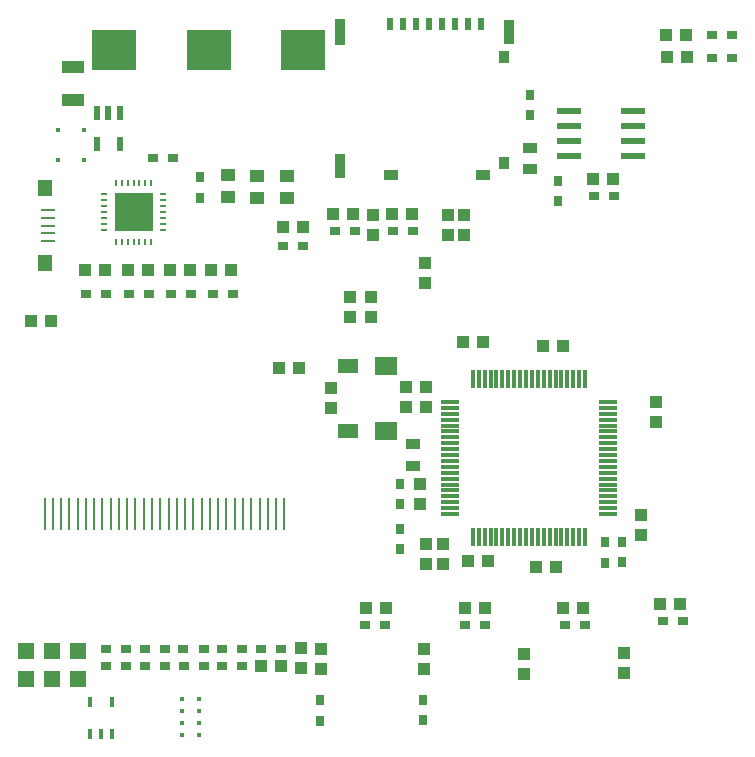
<source format=gbr>
%TF.GenerationSoftware,Novarm,DipTrace,3.2.0.1*%
%TF.CreationDate,2018-11-25T16:17:42-08:00*%
%FSLAX26Y26*%
%MOIN*%
%TF.FileFunction,Paste,Top*%
%TF.Part,Single*%
%AMOUTLINE0*
4,1,4,
-0.035433,0.019685,
-0.035433,-0.019685,
0.035433,-0.019685,
0.035433,0.019685,
-0.035433,0.019685,
0*%
%AMOUTLINE2*
4,1,4,
-0.023622,0.015748,
-0.023622,-0.015748,
0.023622,-0.015748,
0.023622,0.015748,
-0.023622,0.015748,
0*%
%AMOUTLINE3*
4,1,4,
-0.010827,-0.023622,
0.010827,-0.023622,
0.010827,0.023622,
-0.010827,0.023622,
-0.010827,-0.023622,
0*%
%ADD26R,0.03937X0.043307*%
%ADD27R,0.043307X0.03937*%
%ADD50R,0.062992X0.011811*%
%ADD51R,0.011811X0.062992*%
%ADD64R,0.07874X0.023622*%
%ADD68R,0.074803X0.059055*%
%ADD83R,0.066803X0.051055*%
%ADD91R,0.011685X0.003811*%
%ADD93R,0.003811X0.011685*%
%ADD95R,0.015622X0.035307*%
%ADD97R,0.007748X0.11011*%
%ADD99R,0.129795X0.129795*%
%ADD101O,0.003811X0.025465*%
%ADD103O,0.025465X0.003811*%
%ADD109R,0.052X0.052*%
%ADD113R,0.037669X0.041213*%
%ADD115R,0.037669X0.039244*%
%ADD117R,0.051055X0.037276*%
%ADD119R,0.037276X0.078614*%
%ADD121R,0.037276X0.090425*%
%ADD123R,0.023496X0.040819*%
%ADD127R,0.047118X0.054992*%
%ADD129R,0.04515X0.007748*%
%ADD135R,0.015622X0.015622*%
%ADD137R,0.051055X0.043181*%
%ADD139R,0.035307X0.03137*%
%ADD141R,0.03137X0.035307*%
%ADD143R,0.14948X0.133732*%
%ADD149OUTLINE0*%
%ADD151OUTLINE2*%
%ADD152OUTLINE3*%
G75*
G01*
%LPD*%
D143*
X1406202Y2734324D3*
X1091242D3*
X776281D3*
D26*
X1796824Y1287450D3*
Y1220521D3*
X1749809Y1543843D3*
Y1610772D3*
X1497617Y1541625D3*
Y1608554D3*
D141*
X1728075Y1221827D3*
Y1288756D3*
D26*
X1815427Y1543843D3*
Y1610772D3*
D141*
X1728075Y1137450D3*
Y1070521D3*
D27*
X2006032Y1762570D3*
X1939103D3*
X1956365Y1031257D3*
X2023294D3*
D26*
X2531200Y1118696D3*
Y1185625D3*
D27*
X2249756Y1012649D3*
X2182827D3*
D26*
X2580971Y1493848D3*
Y1560777D3*
D137*
X1156201Y2318701D3*
Y2243898D3*
D27*
X2206011Y1750071D3*
X2272940D3*
D141*
X1062452Y2310630D3*
Y2243701D3*
D137*
X1252987Y2315448D3*
Y2240645D3*
X1352978Y2315448D3*
Y2240645D3*
D139*
X749316Y737225D3*
X816246D3*
X878080D3*
X945009D3*
X1135607D3*
X1202536D3*
X1264370D3*
X1331299D3*
D141*
X2162265Y2518740D3*
Y2585670D3*
D139*
X816625Y680526D3*
X749696D3*
D26*
X1399950Y676772D3*
Y743701D3*
D27*
X1331299Y680969D3*
X1264370D3*
D26*
X1812302Y2025042D3*
Y1958113D3*
D139*
X1135692Y681201D3*
X1202621D3*
X1007110D3*
X1074040D3*
D135*
X676013Y2468746D3*
X589399D3*
X676013Y2368756D3*
X589399D3*
D149*
X637425Y2568735D3*
Y2678971D3*
D129*
X554235Y2201133D3*
Y2175542D3*
Y2149952D3*
Y2124361D3*
Y2098771D3*
D127*
X545377Y2275936D3*
Y2023967D3*
D123*
X1695110Y2820899D3*
X1738418D3*
X1781725D3*
X1825032D3*
X1868339D3*
X1911646D3*
X1954953D3*
X1998260D3*
D121*
X1528181Y2796109D3*
D119*
Y2350046D3*
D117*
X1697473Y2318550D3*
X2003772D3*
D115*
X2075032Y2357132D3*
D113*
Y2711462D3*
D119*
X2090780Y2796109D3*
D151*
X1771974Y1350042D3*
Y1420908D3*
X2162265Y2337509D3*
Y2408376D3*
D139*
X2605709Y831201D3*
X2672638D3*
X2278625Y818701D3*
X2345554D3*
X1945293D3*
X2012222D3*
X1611960D3*
X1678889D3*
X1106126Y1921928D3*
X1173055D3*
X965516D3*
X1032445D3*
X1337709Y2083452D3*
X1404638D3*
X824906Y1921928D3*
X891835D3*
X681171D3*
X748100D3*
X1705870Y2131374D3*
X1772799D3*
X1512100D3*
X1579029D3*
X2374743Y2250019D3*
X2441672D3*
X2768208Y2709334D3*
X2835137D3*
X2768208Y2784334D3*
X2835137D3*
D26*
X1631201Y1912452D3*
Y1845523D3*
D27*
X1339378Y2143874D3*
X1406307D3*
X1324853Y1675079D3*
X1391782D3*
X499940Y1831313D3*
X566869D3*
D26*
X1887625Y2118873D3*
Y2185802D3*
D141*
X2468483Y1094076D3*
Y1027147D3*
D27*
X821781Y2003170D3*
X888710D3*
X678046D3*
X744975D3*
D139*
X903929Y2375912D3*
X970858D3*
D27*
X1099877Y2003170D3*
X1166806D3*
D141*
X2412239Y1093890D3*
Y1026961D3*
D26*
X1562452Y1912452D3*
Y1845523D3*
D27*
X962391Y2003170D3*
X1029320D3*
X2662452Y887449D3*
X2595523D3*
X2339488Y874949D3*
X2272559D3*
X2012450Y874950D3*
X1945521D3*
X1681066Y874949D3*
X1614137D3*
X1701771Y2187452D3*
X1768700D3*
D26*
X1637450Y2118701D3*
Y2185630D3*
D27*
X1506198Y2187452D3*
X1573128D3*
D26*
X1943538Y2118782D3*
Y2185711D3*
D27*
X2372525Y2304045D3*
X2439454D3*
D26*
X1464774Y739696D3*
Y672767D3*
D139*
X1073772Y737225D3*
X1006843D3*
D26*
X1808559Y739696D3*
Y672767D3*
X2141673Y720944D3*
Y654015D3*
X2475170Y724983D3*
Y658054D3*
X1871067Y1089463D3*
Y1022534D3*
X1814811Y1089463D3*
Y1022534D3*
D27*
X2618467Y2712470D3*
X2685397D3*
X2616250Y2785244D3*
X2683179D3*
D139*
X878530Y681201D3*
X945460D3*
D141*
X2256201Y2233023D3*
Y2299952D3*
X1462339Y567131D3*
Y500202D3*
X1806053Y568945D3*
Y502016D3*
D109*
X481192Y731428D3*
X568698Y731201D3*
X656173Y731428D3*
X481192Y637688D3*
X568683D3*
X656173D3*
D50*
X1894685Y1562450D3*
Y1542765D3*
Y1523080D3*
Y1503395D3*
Y1483710D3*
Y1464025D3*
Y1444340D3*
Y1424655D3*
Y1404970D3*
Y1385285D3*
Y1365600D3*
Y1345915D3*
Y1326230D3*
Y1306545D3*
Y1286860D3*
Y1267175D3*
Y1247490D3*
Y1227805D3*
Y1208120D3*
Y1188435D3*
D51*
X1971457Y1111663D3*
X1991142D3*
X2010827D3*
X2030512D3*
X2050197D3*
X2069882D3*
X2089567D3*
X2109252D3*
X2128937D3*
X2148622D3*
X2168307D3*
X2187992D3*
X2207677D3*
X2227362D3*
X2247047D3*
X2266732D3*
X2286418D3*
X2306103D3*
X2325788D3*
X2345473D3*
D50*
X2422244Y1188435D3*
Y1208120D3*
Y1227805D3*
Y1247490D3*
Y1267175D3*
Y1286860D3*
Y1306545D3*
Y1326230D3*
Y1345915D3*
Y1365600D3*
Y1385285D3*
Y1404970D3*
Y1424655D3*
Y1444340D3*
Y1464025D3*
Y1483710D3*
Y1503395D3*
Y1523080D3*
Y1542765D3*
Y1562450D3*
D51*
X2345473Y1639222D3*
X2325788D3*
X2306103D3*
X2286418D3*
X2266732D3*
X2247047D3*
X2227362D3*
X2207677D3*
X2187992D3*
X2168307D3*
X2148622D3*
X2128937D3*
X2109252D3*
X2089567D3*
X2069882D3*
X2050197D3*
X2030512D3*
X2010827D3*
X1991142D3*
X1971457D3*
D152*
X793701Y2524949D3*
X756299D3*
X718898D3*
Y2422579D3*
X793701D3*
D103*
X741831Y2254307D3*
Y2234622D3*
Y2214937D3*
Y2195252D3*
Y2175567D3*
Y2155882D3*
Y2136197D3*
D101*
X781201Y2096827D3*
X800886D3*
X820571D3*
X840256D3*
X859941D3*
X879626D3*
X899311D3*
D103*
X938681Y2136197D3*
Y2155882D3*
Y2175567D3*
Y2195252D3*
Y2214937D3*
Y2234622D3*
Y2254307D3*
D101*
X899311Y2293677D3*
X879626D3*
X859941D3*
X840256D3*
X820571D3*
X800886D3*
X781201D3*
D99*
X840256Y2195252D3*
D97*
X543701Y1187454D3*
X571260D3*
X598819D3*
X626378D3*
X653937D3*
X681496D3*
X709055D3*
X736614D3*
X764173D3*
X791732D3*
X819292D3*
X846851D3*
X874410D3*
X901969D3*
X929528D3*
X957087D3*
X984646D3*
X1012205D3*
X1039764D3*
X1067323D3*
X1094882D3*
X1122441D3*
X1150000D3*
X1177559D3*
X1205118D3*
X1232677D3*
X1260236D3*
X1287795D3*
X1315355D3*
X1342914D3*
D95*
X693670Y456457D3*
X731071D3*
X768473D3*
Y562756D3*
X693670D3*
D93*
X1299950Y593701D3*
X1280265D3*
X1260580D3*
X1240895D3*
X1221210D3*
D91*
X1211368Y564173D3*
Y544488D3*
Y524803D3*
D93*
X1240895Y495276D3*
X1260580D3*
X1280265D3*
X1299950D3*
D91*
X1309793Y524803D3*
Y544488D3*
Y564173D3*
D93*
X1221210Y495276D3*
D64*
X2293502Y2531239D3*
Y2481239D3*
Y2431239D3*
Y2381239D3*
X2506100D3*
Y2431239D3*
Y2481239D3*
Y2531239D3*
D135*
X1002314Y453078D3*
X1057432D3*
Y492841D3*
X1002314D3*
Y532605D3*
X1057432D3*
Y572369D3*
X1002314D3*
D68*
X1681066Y1465726D3*
Y1682261D3*
D83*
X1555082D3*
Y1465726D3*
M02*

</source>
